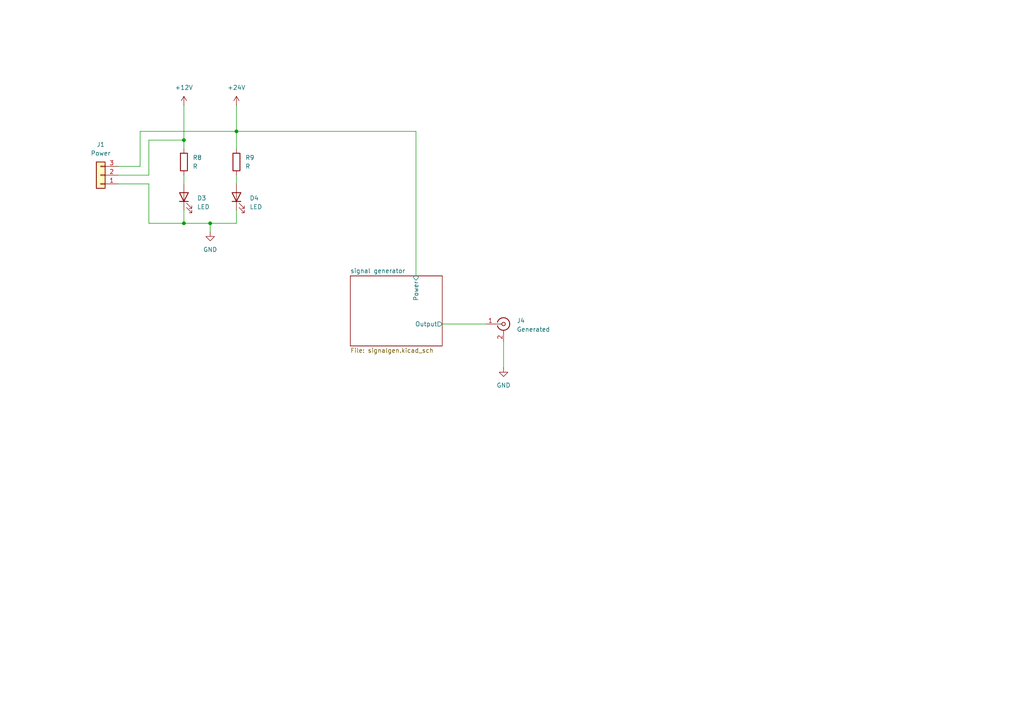
<source format=kicad_sch>
(kicad_sch (version 20231120) (generator "eeschema") (generator_version "8.0")
  (paper "A4")
  (title_block (date "2021-02-16"))
  (lib_symbols
    (symbol "Connector:Conn_Coaxial" (pin_names (offset 1.016) hide)
      (property "Reference" "J" (at 0.254 3.048 0))
      (property "Value" "Conn_Coaxial" (at 2.921 0 90))
      (symbol "Conn_Coaxial_0_1"
        (arc (start -1.778 -0.508) (mid 0.2311 -1.8066) (end 1.778 0) (stroke (width 0.254)))
        (polyline (pts (xy -2.54 0) (xy -0.508 0)))
        (polyline (pts (xy 0 -2.54) (xy 0 -1.778)))
        (circle (center 0 0) (radius 0.508) (stroke (width 0.2032)))
        (arc (start 1.778 0) (mid 0.2099 1.8101) (end -1.778 0.508) (stroke (width 0.254)))
      )
      (symbol "Conn_Coaxial_1_1"
        (pin passive line (at -5.08 0 0) (length 2.54) (name "In") (number "1"))
        (pin passive line (at 0 -5.08 90) (length 2.54) (name "Ext") (number "2"))
      )
    )
    (symbol "Connector_Generic:Conn_01x03" (pin_names (offset 1.016) hide)
      (property "Reference" "J" (at 0 5.08 0))
      (property "Value" "Conn_01x03" (at 0 -5.08 0))
      (symbol "Conn_01x03_1_1"
        (rectangle (start -1.27 -2.413) (end 0 -2.667) (stroke (width 0.1524)))
        (rectangle (start -1.27 0.127) (end 0 -0.127) (stroke (width 0.1524)))
        (rectangle (start -1.27 2.667) (end 0 2.413) (stroke (width 0.1524)))
        (rectangle (start -1.27 3.81) (end 1.27 -3.81) (stroke (width 0.254)) (fill (type background)))
        (pin passive line (at -5.08 2.54 0) (length 3.81) (name "Pin_1") (number "1"))
        (pin passive line (at -5.08 0 0) (length 3.81) (name "Pin_2") (number "2"))
        (pin passive line (at -5.08 -2.54 0) (length 3.81) (name "Pin_3") (number "3"))
      )
    )
    (symbol "Device:LED" (pin_numbers hide) (pin_names (offset 1.016) hide)
      (property "Reference" "D" (at 0 2.54 0))
      (property "Value" "LED" (at 0 -2.54 0))
      (symbol "LED_0_1"
        (polyline (pts (xy -1.27 -1.27) (xy -1.27 1.27)) (stroke (width 0.254)))
        (polyline (pts (xy -1.27 0) (xy 1.27 0)))
        (polyline (pts (xy 1.27 -1.27) (xy 1.27 1.27) (xy -1.27 0) (xy 1.27 -1.27)) (stroke (width 0.254)))
        (polyline (pts (xy -3.048 -0.762) (xy -4.572 -2.286) (xy -3.81 -2.286) (xy -4.572 -2.286) (xy -4.572 -1.524)))
        (polyline (pts (xy -1.778 -0.762) (xy -3.302 -2.286) (xy -2.54 -2.286) (xy -3.302 -2.286) (xy -3.302 -1.524)))
      )
      (symbol "LED_1_1"
        (pin passive line (at -3.81 0 0) (length 2.54) (name "K") (number "1"))
        (pin passive line (at 3.81 0 180) (length 2.54) (name "A") (number "2"))
      )
    )
    (symbol "Device:R" (pin_numbers hide) (pin_names (offset 0))
      (property "Reference" "R" (at 2.032 0 90))
      (property "Value" "R" (at 0 0 90))
      (symbol "R_0_1"
        (rectangle (start -1.016 -2.54) (end 1.016 2.54) (stroke (width 0.254)))
      )
      (symbol "R_1_1"
        (pin passive line (at 0 3.81 270) (length 1.27) (name "~") (number "1"))
        (pin passive line (at 0 -3.81 90) (length 1.27) (name "~") (number "2"))
      )
    )
    (symbol "power:+12V" (power) (pin_numbers hide) (pin_names (offset 0) hide)
      (property "Value" "+12V" (at 0 3.556 0))
      (symbol "+12V_0_1"
        (polyline (pts (xy -0.762 1.27) (xy 0 2.54)))
        (polyline (pts (xy 0 0) (xy 0 2.54)))
        (polyline (pts (xy 0 2.54) (xy 0.762 1.27)))
      )
      (symbol "+12V_1_1"
        (pin power_in line (at 0 0 90) (length 0) (name "~") (number "1"))
      )
    )
    (symbol "power:+24V" (power) (pin_numbers hide) (pin_names (offset 0) hide)
      (property "Value" "+24V" (at 0 3.556 0))
      (symbol "+24V_0_1"
        (polyline (pts (xy -0.762 1.27) (xy 0 2.54)))
        (polyline (pts (xy 0 0) (xy 0 2.54)))
        (polyline (pts (xy 0 2.54) (xy 0.762 1.27)))
      )
      (symbol "+24V_1_1"
        (pin power_in line (at 0 0 90) (length 0) (name "~") (number "1"))
      )
    )
    (symbol "power:GND" (power) (pin_numbers hide) (pin_names (offset 0) hide)
      (property "Value" "GND" (at 0 -3.81 0))
      (symbol "GND_0_1"
        (polyline (pts (xy 0 0) (xy 0 -1.27) (xy 1.27 -1.27) (xy 0 -2.54) (xy -1.27 -1.27) (xy 0 -1.27)))
      )
      (symbol "GND_1_1"
        (pin power_in line (at 0 0 270) (length 0) (name "~") (number "1"))
      )
    )
  )
  (junction (at 53.34 40.64))
  (junction (at 53.34 64.77))
  (junction (at 60.96 64.77))
  (junction (at 68.58 38.1))
  (wire (pts (xy 128.27 93.98) (xy 140.97 93.98)))
  (wire (pts (xy 68.58 38.1) (xy 68.58 43.18)))
  (wire (pts (xy 43.18 50.8) (xy 34.29 50.8)))
  (wire (pts (xy 53.34 64.77) (xy 60.96 64.77)))
  (wire (pts (xy 43.18 64.77) (xy 53.34 64.77)))
  (wire (pts (xy 146.05 99.06) (xy 146.05 106.68)))
  (wire (pts (xy 68.58 64.77) (xy 60.96 64.77)))
  (wire (pts (xy 43.18 53.34) (xy 43.18 64.77)))
  (wire (pts (xy 68.58 50.8) (xy 68.58 53.34)))
  (wire (pts (xy 60.96 64.77) (xy 60.96 67.31)))
  (wire (pts (xy 53.34 30.48) (xy 53.34 40.64)))
  (wire (pts (xy 120.65 38.1) (xy 68.58 38.1)))
  (wire (pts (xy 53.34 60.96) (xy 53.34 64.77)))
  (wire (pts (xy 34.29 48.26) (xy 40.64 48.26)))
  (wire (pts (xy 120.65 80.01) (xy 120.65 38.1)))
  (wire (pts (xy 34.29 53.34) (xy 43.18 53.34)))
  (wire (pts (xy 53.34 40.64) (xy 53.34 43.18)))
  (wire (pts (xy 43.18 40.64) (xy 43.18 50.8)))
  (wire (pts (xy 40.64 38.1) (xy 68.58 38.1)))
  (wire (pts (xy 53.34 40.64) (xy 43.18 40.64)))
  (wire (pts (xy 53.34 50.8) (xy 53.34 53.34)))
  (wire (pts (xy 68.58 30.48) (xy 68.58 38.1)))
  (wire (pts (xy 68.58 60.96) (xy 68.58 64.77)))
  (wire (pts (xy 40.64 48.26) (xy 40.64 38.1)))
  (symbol (lib_id "power:+12V") (at 53.34 30.48 0) (unit 1)
    (property "Reference" "#PWR07" (effects (hide yes)))
    (property "Value" "+12V" (at 53.34 25.4 0))
    (property "Description" "Power symbol creates a global label with name \"+12V\"" (effects (hide yes)))
  )
  (symbol (lib_id "Device:R") (at 53.34 46.99 0) (unit 1)
    (property "Reference" "R8" (at 55.88 45.7199 0) (effects (justify left)))
    (property "Value" "R" (at 55.88 48.2599 0) (effects (justify left)))
    (property "Footprint" "Resistor_SMD:R_1206_3216Metric_Pad1.30x1.75mm_HandSolder" (effects (hide yes)))
    (property "Description" "Resistor" (effects (hide yes)))
  )
  (symbol (lib_id "power:GND") (at 146.05 106.68 0) (unit 1)
    (property "Reference" "#PWR09" (effects (hide yes)))
    (property "Value" "GND" (at 146.05 111.76 0))
    (property "Description" "Power symbol creates a global label with name \"GND\" , ground" (effects (hide yes)))
  )
  (symbol (lib_id "power:GND") (at 60.96 67.31 0) (unit 1)
    (property "Reference" "#PWR08" (effects (hide yes)))
    (property "Value" "GND" (at 60.96 72.39 0))
    (property "Description" "Power symbol creates a global label with name \"GND\" , ground" (effects (hide yes)))
  )
  (symbol (lib_id "Connector:Conn_Coaxial") (at 146.05 93.98 0) (unit 1)
    (property "Reference" "J4" (at 149.86 93.0031 0) (effects (justify left)))
    (property "Value" "Generated" (at 149.86 95.5431 0) (effects (justify left)))
    (property "Footprint" "Connector_Coaxial:BNC_TEConnectivity_1478035_Horizontal" (effects (hide yes)))
    (property "Datasheet" " ~" (effects (hide yes)))
    (property "Description" "coaxial connector (BNC, SMA, SMB, SMC, Cinch/RCA, LEMO, ...)" (effects (hide yes)))
  )
  (symbol (lib_id "Device:LED") (at 53.34 57.15 90) (unit 1)
    (property "Reference" "D3" (at 57.15 57.4674 90) (effects (justify right)))
    (property "Value" "LED" (at 57.15 60.0074 90) (effects (justify right)))
    (property "Footprint" "LED_SMD:LED_1206_3216Metric_Pad1.42x1.75mm_HandSolder" (effects (hide yes)))
    (property "Description" "Light emitting diode" (effects (hide yes)))
  )
  (symbol (lib_id "Connector_Generic:Conn_01x03") (at 29.21 50.8 180) (unit 1)
    (property "Reference" "J1" (at 29.21 41.91 0))
    (property "Value" "Power" (at 29.21 44.45 0))
    (property "Footprint" "Connector_PinHeader_2.54mm:PinHeader_1x03_P2.54mm_Vertical" (effects (hide yes)))
    (property "Description" "Generic connector, single row, 01x03, script generated (kicad-library-utils/schlib/autogen/connector/)" (effects (hide yes)))
  )
  (symbol (lib_id "power:+24V") (at 68.58 30.48 0) (unit 1)
    (property "Reference" "#PWR06" (effects (hide yes)))
    (property "Value" "+24V" (at 68.58 25.4 0))
    (property "Description" "Power symbol creates a global label with name \"+24V\"" (effects (hide yes)))
  )
  (symbol (lib_id "Device:R") (at 68.58 46.99 0) (unit 1)
    (property "Reference" "R9" (at 71.12 45.7199 0) (effects (justify left)))
    (property "Value" "R" (at 71.12 48.2599 0) (effects (justify left)))
    (property "Footprint" "Resistor_SMD:R_1206_3216Metric_Pad1.30x1.75mm_HandSolder" (effects (hide yes)))
    (property "Description" "Resistor" (effects (hide yes)))
  )
  (symbol (lib_id "Device:LED") (at 68.58 57.15 90) (unit 1)
    (property "Reference" "D4" (at 72.39 57.4674 90) (effects (justify right)))
    (property "Value" "LED" (at 72.39 60.0074 90) (effects (justify right)))
    (property "Footprint" "LED_SMD:LED_1206_3216Metric_Pad1.42x1.75mm_HandSolder" (effects (hide yes)))
    (property "Description" "Light emitting diode" (effects (hide yes)))
  )
  (sheet (at 101.6 80.01) (size 26.67 20.32) (stroke (width 0.1524))
    (property "Sheetname" "signal generator" (at 101.6 79.2984 0) (effects (justify left bottom)))
    (property "Sheetfile" "signalgen.kicad_sch" (at 101.6 100.9146 0) (effects (justify left top)))
    (pin "Power" input (at 120.65 80.01 90))
    (pin "Output" output (at 128.27 93.98 0))
  )
)
</source>
